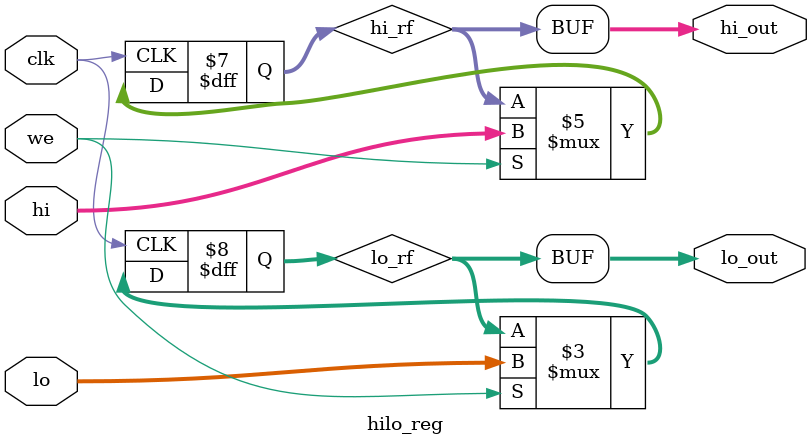
<source format=v>
module hilo_reg (
        input  wire        clk,
        input  wire        we,
        input  wire [31:0]  lo,
        input  wire [31:0]  hi,

        output wire [31:0] lo_out,
        output wire [31:0] hi_out
    );
    
    reg [31:0] hi_rf;
    reg [31:0] lo_rf;

    
    initial begin
        hi_rf = 32'h0;
        lo_rf =32'h0;
    end
    
    always @ (posedge clk) begin
        if (we) begin
        hi_rf <= hi;
        lo_rf <= lo;
        end 
    end

    assign lo_out =  lo_rf;
    assign hi_out = hi_rf;

endmodule
</source>
